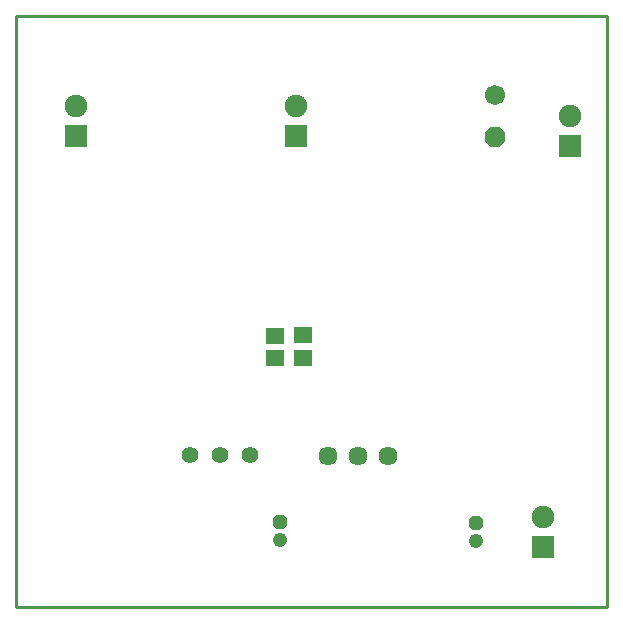
<source format=gbs>
G75*
G70*
%OFA0B0*%
%FSLAX24Y24*%
%IPPOS*%
%LPD*%
%AMOC8*
5,1,8,0,0,1.08239X$1,22.5*
%
%ADD10C,0.0100*%
%ADD11R,0.0631X0.0552*%
%ADD12C,0.0634*%
%ADD13OC8,0.0476*%
%ADD14C,0.0476*%
%ADD15R,0.0749X0.0749*%
%ADD16C,0.0749*%
%ADD17OC8,0.0670*%
%ADD18C,0.0670*%
%ADD19C,0.0555*%
D10*
X004627Y007324D02*
X024312Y007324D01*
X024312Y027009D01*
X004627Y027009D01*
X004627Y007324D01*
D11*
X013233Y015608D03*
X013233Y016356D03*
X014178Y016364D03*
X014178Y015616D03*
D12*
X015032Y012356D03*
X016032Y012356D03*
X017032Y012356D03*
D13*
X019942Y010116D03*
X013406Y010151D03*
D14*
X013406Y009537D03*
X019942Y009501D03*
D15*
X022166Y009316D03*
X023071Y022682D03*
X013945Y023017D03*
X006619Y023005D03*
D16*
X006619Y024005D03*
X013945Y024017D03*
X023071Y023682D03*
X022166Y010316D03*
D17*
X020575Y022979D03*
D18*
X020575Y024379D03*
D19*
X012414Y012383D03*
X011414Y012383D03*
X010414Y012383D03*
M02*

</source>
